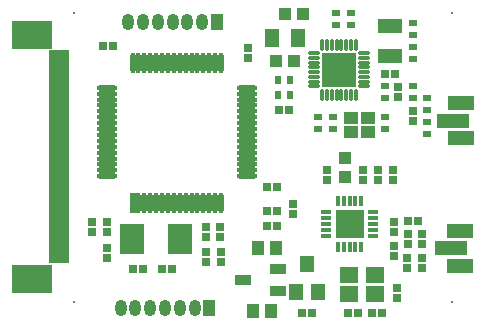
<source format=gts>
G04*
G04 #@! TF.GenerationSoftware,Altium Limited,Altium Designer,19.1.2 (11)*
G04*
G04 Layer_Color=8388736*
%FSLAX25Y25*%
%MOIN*%
G70*
G01*
G75*
%ADD50R,0.06312X0.05328*%
%ADD51R,0.02959X0.02762*%
%ADD52R,0.04800X0.05800*%
%ADD53R,0.02762X0.02959*%
%ADD54R,0.02600X0.02000*%
%ADD55R,0.02000X0.02600*%
%ADD56R,0.04383X0.04343*%
%ADD57R,0.04461X0.04658*%
%ADD58R,0.03950X0.04343*%
%ADD59R,0.04343X0.03950*%
%ADD60R,0.04737X0.06312*%
%ADD61R,0.08674X0.04737*%
%ADD62R,0.10642X0.04737*%
%ADD63O,0.06706X0.01981*%
%ADD64O,0.01981X0.06706*%
%ADD65R,0.01981X0.06706*%
G04:AMPARAMS|DCode=66|XSize=14.25mil|YSize=42.13mil|CornerRadius=5.14mil|HoleSize=0mil|Usage=FLASHONLY|Rotation=270.000|XOffset=0mil|YOffset=0mil|HoleType=Round|Shape=RoundedRectangle|*
%AMROUNDEDRECTD66*
21,1,0.01425,0.03185,0,0,270.0*
21,1,0.00398,0.04213,0,0,270.0*
1,1,0.01028,-0.01593,-0.00199*
1,1,0.01028,-0.01593,0.00199*
1,1,0.01028,0.01593,0.00199*
1,1,0.01028,0.01593,-0.00199*
%
%ADD66ROUNDEDRECTD66*%
G04:AMPARAMS|DCode=67|XSize=14.25mil|YSize=42.13mil|CornerRadius=5.14mil|HoleSize=0mil|Usage=FLASHONLY|Rotation=270.000|XOffset=0mil|YOffset=0mil|HoleType=Round|Shape=RoundedRectangle|*
%AMROUNDEDRECTD67*
21,1,0.01425,0.03185,0,0,270.0*
21,1,0.00398,0.04213,0,0,270.0*
1,1,0.01028,-0.01593,-0.00199*
1,1,0.01028,-0.01593,0.00199*
1,1,0.01028,0.01593,0.00199*
1,1,0.01028,0.01593,-0.00199*
%
%ADD67ROUNDEDRECTD67*%
%ADD68R,0.11650X0.11650*%
G04:AMPARAMS|DCode=69|XSize=14.25mil|YSize=42.13mil|CornerRadius=5.14mil|HoleSize=0mil|Usage=FLASHONLY|Rotation=0.000|XOffset=0mil|YOffset=0mil|HoleType=Round|Shape=RoundedRectangle|*
%AMROUNDEDRECTD69*
21,1,0.01425,0.03185,0,0,0.0*
21,1,0.00398,0.04213,0,0,0.0*
1,1,0.01028,0.00199,-0.01593*
1,1,0.01028,-0.00199,-0.01593*
1,1,0.01028,-0.00199,0.01593*
1,1,0.01028,0.00199,0.01593*
%
%ADD69ROUNDEDRECTD69*%
G04:AMPARAMS|DCode=70|XSize=14.25mil|YSize=42.13mil|CornerRadius=5.14mil|HoleSize=0mil|Usage=FLASHONLY|Rotation=0.000|XOffset=0mil|YOffset=0mil|HoleType=Round|Shape=RoundedRectangle|*
%AMROUNDEDRECTD70*
21,1,0.01425,0.03185,0,0,0.0*
21,1,0.00398,0.04213,0,0,0.0*
1,1,0.01028,0.00199,-0.01593*
1,1,0.01028,-0.00199,-0.01593*
1,1,0.01028,-0.00199,0.01593*
1,1,0.01028,0.00199,0.01593*
%
%ADD70ROUNDEDRECTD70*%
%ADD71R,0.09455X0.09455*%
%ADD72O,0.01502X0.03550*%
%ADD73O,0.03550X0.01502*%
%ADD74R,0.05328X0.03359*%
%ADD75R,0.07887X0.04737*%
%ADD76R,0.08280X0.10249*%
%ADD77R,0.13792X0.09461*%
%ADD78R,0.06706X0.01981*%
%ADD79R,0.04540X0.04147*%
%ADD80C,0.00800*%
%ADD81R,0.03950X0.05524*%
%ADD82O,0.03950X0.05524*%
%ADD83C,0.02800*%
D50*
X131831Y10850D02*
D03*
X123169Y17150D02*
D03*
Y10850D02*
D03*
X131831Y17150D02*
D03*
D51*
X42500Y31327D02*
D03*
Y34673D02*
D03*
X80000Y29827D02*
D03*
Y33173D02*
D03*
X104500Y40673D02*
D03*
Y37327D02*
D03*
X37500Y31327D02*
D03*
Y34673D02*
D03*
X89500Y89327D02*
D03*
Y92673D02*
D03*
X75221Y29827D02*
D03*
Y33173D02*
D03*
X115720Y52173D02*
D03*
Y48827D02*
D03*
X127720Y48827D02*
D03*
Y52173D02*
D03*
X132720Y48827D02*
D03*
Y52173D02*
D03*
X147500Y27327D02*
D03*
Y30673D02*
D03*
X147500Y22673D02*
D03*
Y19327D02*
D03*
X138000Y26673D02*
D03*
Y23327D02*
D03*
X142500Y22673D02*
D03*
Y19327D02*
D03*
X139000Y12673D02*
D03*
Y9327D02*
D03*
X139500Y76327D02*
D03*
Y79673D02*
D03*
X138000Y34673D02*
D03*
Y31327D02*
D03*
X142720Y30673D02*
D03*
Y27327D02*
D03*
X75221Y21327D02*
D03*
Y24673D02*
D03*
X42221Y22827D02*
D03*
Y26173D02*
D03*
X80221Y21327D02*
D03*
Y24673D02*
D03*
X144500Y71673D02*
D03*
Y68327D02*
D03*
X137721Y52173D02*
D03*
Y48827D02*
D03*
D52*
X105260Y11276D02*
D03*
X112740D02*
D03*
X109000Y20724D02*
D03*
D53*
X110673Y4500D02*
D03*
X107327D02*
D03*
X99173Y33500D02*
D03*
X95827D02*
D03*
X99173Y38500D02*
D03*
X95827D02*
D03*
X44394Y93500D02*
D03*
X41047D02*
D03*
X99173Y46500D02*
D03*
X95827D02*
D03*
X51047Y19000D02*
D03*
X54394D02*
D03*
X63894Y19000D02*
D03*
X60547D02*
D03*
X126173Y4500D02*
D03*
X122827D02*
D03*
X138394Y84000D02*
D03*
X135047D02*
D03*
X142547Y35000D02*
D03*
X145894D02*
D03*
X102894Y72000D02*
D03*
X99547D02*
D03*
X134173Y4500D02*
D03*
X130827D02*
D03*
D54*
X112710Y65790D02*
D03*
Y69790D02*
D03*
X123721Y104500D02*
D03*
Y100500D02*
D03*
X149000Y76000D02*
D03*
Y72000D02*
D03*
X135000Y80000D02*
D03*
Y76000D02*
D03*
X144500D02*
D03*
Y80000D02*
D03*
X117710Y65790D02*
D03*
Y69790D02*
D03*
X135210Y65790D02*
D03*
Y69790D02*
D03*
X149000Y68000D02*
D03*
Y64000D02*
D03*
X118720Y104500D02*
D03*
Y100500D02*
D03*
X144220Y89000D02*
D03*
Y93000D02*
D03*
Y101000D02*
D03*
Y97000D02*
D03*
D55*
X99221Y82000D02*
D03*
X103220D02*
D03*
X99221Y77000D02*
D03*
X103220D02*
D03*
D56*
X104870Y88500D02*
D03*
X98571D02*
D03*
D57*
X90969Y5000D02*
D03*
X97031D02*
D03*
X98752Y26000D02*
D03*
X92689D02*
D03*
D58*
X101571Y104000D02*
D03*
X107870D02*
D03*
D59*
X121721Y56150D02*
D03*
Y49850D02*
D03*
D60*
X106051Y96000D02*
D03*
X97390D02*
D03*
D61*
X160500Y62594D02*
D03*
Y74405D02*
D03*
X160000Y20095D02*
D03*
Y31905D02*
D03*
D62*
X157547Y68500D02*
D03*
X157047Y26000D02*
D03*
D63*
X42316Y59829D02*
D03*
Y61797D02*
D03*
X89125Y57860D02*
D03*
Y55892D02*
D03*
Y61797D02*
D03*
Y63766D02*
D03*
X42316D02*
D03*
Y53923D02*
D03*
Y55892D02*
D03*
Y77545D02*
D03*
X89125D02*
D03*
Y73608D02*
D03*
Y75577D02*
D03*
X42316Y71640D02*
D03*
Y67703D02*
D03*
Y79514D02*
D03*
Y73608D02*
D03*
Y75577D02*
D03*
X89125Y59829D02*
D03*
X42316Y69671D02*
D03*
X89125Y49986D02*
D03*
Y67703D02*
D03*
Y69671D02*
D03*
X42316Y49986D02*
D03*
X89125Y79514D02*
D03*
Y53923D02*
D03*
Y65734D02*
D03*
X42316Y57860D02*
D03*
X89125Y71640D02*
D03*
Y51955D02*
D03*
X42316D02*
D03*
Y65734D02*
D03*
D64*
X58759Y87904D02*
D03*
X56792D02*
D03*
X74507D02*
D03*
X64666D02*
D03*
X52855D02*
D03*
X80414D02*
D03*
X54822D02*
D03*
X76477D02*
D03*
X66633D02*
D03*
X58759Y41096D02*
D03*
X60729D02*
D03*
X68603Y87904D02*
D03*
X54822Y41096D02*
D03*
X56792D02*
D03*
X62696Y87904D02*
D03*
X66633Y41096D02*
D03*
X64666D02*
D03*
X70570D02*
D03*
X68603D02*
D03*
X78444Y87904D02*
D03*
X80414Y41096D02*
D03*
X50885Y87904D02*
D03*
X74507Y41096D02*
D03*
X70570Y87904D02*
D03*
X60729D02*
D03*
X72540D02*
D03*
X78444Y41096D02*
D03*
X76477D02*
D03*
X62696D02*
D03*
X72540D02*
D03*
X52855D02*
D03*
D65*
X50885D02*
D03*
D66*
X128106Y81563D02*
D03*
Y86287D02*
D03*
X111335D02*
D03*
Y91012D02*
D03*
Y81563D02*
D03*
X128106Y91012D02*
D03*
D67*
Y84713D02*
D03*
Y87862D02*
D03*
Y83138D02*
D03*
Y89437D02*
D03*
X111335Y83138D02*
D03*
Y87862D02*
D03*
Y79988D02*
D03*
Y84713D02*
D03*
Y89437D02*
D03*
X128106Y79988D02*
D03*
D68*
X119720Y85500D02*
D03*
D69*
X120508Y77114D02*
D03*
X117358D02*
D03*
X122083Y93886D02*
D03*
X120508D02*
D03*
X115784Y77114D02*
D03*
X125232Y93886D02*
D03*
X115784D02*
D03*
X122083Y77114D02*
D03*
X125232D02*
D03*
X117358Y93886D02*
D03*
D70*
X114209Y77114D02*
D03*
X123658Y93886D02*
D03*
X114209D02*
D03*
X123658Y77114D02*
D03*
X118933D02*
D03*
Y93886D02*
D03*
D71*
X123221Y34000D02*
D03*
D72*
X119283Y41677D02*
D03*
X121252D02*
D03*
X123221D02*
D03*
X125189D02*
D03*
X127157D02*
D03*
Y26323D02*
D03*
X125189D02*
D03*
X123221D02*
D03*
X121252D02*
D03*
X119283D02*
D03*
D73*
X130898Y37937D02*
D03*
Y35969D02*
D03*
Y34000D02*
D03*
Y32032D02*
D03*
Y30063D02*
D03*
X115543D02*
D03*
Y32032D02*
D03*
Y34000D02*
D03*
Y35969D02*
D03*
Y37937D02*
D03*
D74*
X87693Y15500D02*
D03*
X99307Y19240D02*
D03*
Y11760D02*
D03*
D75*
X136721Y90079D02*
D03*
Y99921D02*
D03*
D76*
X50650Y29000D02*
D03*
X66791D02*
D03*
D77*
X17468Y97240D02*
D03*
Y15760D02*
D03*
D78*
X26522Y90950D02*
D03*
X26533Y88990D02*
D03*
Y87020D02*
D03*
Y85050D02*
D03*
X26522Y83080D02*
D03*
Y81110D02*
D03*
Y79140D02*
D03*
Y77170D02*
D03*
Y75205D02*
D03*
Y73240D02*
D03*
Y71270D02*
D03*
Y69300D02*
D03*
Y67330D02*
D03*
Y65360D02*
D03*
Y63390D02*
D03*
Y61430D02*
D03*
Y59460D02*
D03*
Y57490D02*
D03*
Y55520D02*
D03*
Y53550D02*
D03*
Y51580D02*
D03*
Y49615D02*
D03*
Y47645D02*
D03*
Y45680D02*
D03*
Y43710D02*
D03*
Y41740D02*
D03*
Y39770D02*
D03*
Y37800D02*
D03*
Y35835D02*
D03*
Y33870D02*
D03*
Y31900D02*
D03*
Y29930D02*
D03*
Y27960D02*
D03*
Y25990D02*
D03*
Y24020D02*
D03*
Y22055D02*
D03*
D79*
X129419Y69318D02*
D03*
X123710D02*
D03*
X129419Y64790D02*
D03*
X123710D02*
D03*
D80*
X157220Y104500D02*
D03*
Y8000D02*
D03*
X31500D02*
D03*
Y104500D02*
D03*
D81*
X76484Y6000D02*
D03*
X78984Y101500D02*
D03*
D82*
X71563Y6000D02*
D03*
X66642D02*
D03*
X61721D02*
D03*
X56799D02*
D03*
X51878D02*
D03*
X46957D02*
D03*
X74063Y101500D02*
D03*
X69142D02*
D03*
X64220D02*
D03*
X59299D02*
D03*
X54378D02*
D03*
X49457D02*
D03*
D83*
X123721Y85500D02*
D03*
Y81500D02*
D03*
Y89500D02*
D03*
X115720Y85500D02*
D03*
Y81500D02*
D03*
Y89500D02*
D03*
X119720D02*
D03*
Y81500D02*
D03*
Y85500D02*
D03*
M02*

</source>
